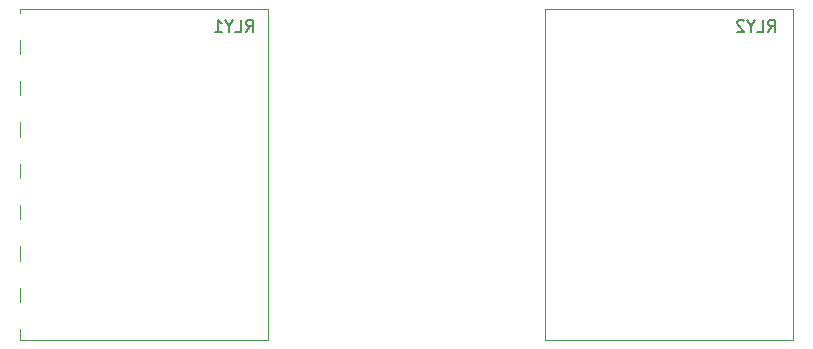
<source format=gbo>
%TF.GenerationSoftware,KiCad,Pcbnew,(5.99.0-9393-ga28cb98626)*%
%TF.CreationDate,2021-02-27T14:03:50-08:00*%
%TF.ProjectId,AuxRelays,41757852-656c-4617-9973-2e6b69636164,n/c*%
%TF.SameCoordinates,Original*%
%TF.FileFunction,Legend,Bot*%
%TF.FilePolarity,Positive*%
%FSLAX46Y46*%
G04 Gerber Fmt 4.6, Leading zero omitted, Abs format (unit mm)*
G04 Created by KiCad (PCBNEW (5.99.0-9393-ga28cb98626)) date 2021-02-27 14:03:50*
%MOMM*%
%LPD*%
G01*
G04 APERTURE LIST*
%ADD10C,0.150000*%
%ADD11C,0.120000*%
%ADD12C,2.286000*%
%ADD13C,2.400000*%
%ADD14R,2.400000X2.400000*%
G04 APERTURE END LIST*
D10*
%TO.C,RLY2*%
X152003000Y-112212380D02*
X152336333Y-111736190D01*
X152574428Y-112212380D02*
X152574428Y-111212380D01*
X152193476Y-111212380D01*
X152098238Y-111260000D01*
X152050619Y-111307619D01*
X152003000Y-111402857D01*
X152003000Y-111545714D01*
X152050619Y-111640952D01*
X152098238Y-111688571D01*
X152193476Y-111736190D01*
X152574428Y-111736190D01*
X151098238Y-112212380D02*
X151574428Y-112212380D01*
X151574428Y-111212380D01*
X150574428Y-111736190D02*
X150574428Y-112212380D01*
X150907761Y-111212380D02*
X150574428Y-111736190D01*
X150241095Y-111212380D01*
X149955380Y-111307619D02*
X149907761Y-111260000D01*
X149812523Y-111212380D01*
X149574428Y-111212380D01*
X149479190Y-111260000D01*
X149431571Y-111307619D01*
X149383952Y-111402857D01*
X149383952Y-111498095D01*
X149431571Y-111640952D01*
X150003000Y-112212380D01*
X149383952Y-112212380D01*
%TO.C,RLY1*%
X107807000Y-112212380D02*
X108140333Y-111736190D01*
X108378428Y-112212380D02*
X108378428Y-111212380D01*
X107997476Y-111212380D01*
X107902238Y-111260000D01*
X107854619Y-111307619D01*
X107807000Y-111402857D01*
X107807000Y-111545714D01*
X107854619Y-111640952D01*
X107902238Y-111688571D01*
X107997476Y-111736190D01*
X108378428Y-111736190D01*
X106902238Y-112212380D02*
X107378428Y-112212380D01*
X107378428Y-111212380D01*
X106378428Y-111736190D02*
X106378428Y-112212380D01*
X106711761Y-111212380D02*
X106378428Y-111736190D01*
X106045095Y-111212380D01*
X105187952Y-112212380D02*
X105759380Y-112212380D01*
X105473666Y-112212380D02*
X105473666Y-111212380D01*
X105568904Y-111355238D01*
X105664142Y-111450476D01*
X105759380Y-111498095D01*
D11*
%TO.C,RLY2*%
X133133000Y-110316000D02*
X133133000Y-138316000D01*
X154133000Y-110316000D02*
X133133000Y-110316000D01*
X133133000Y-138316000D02*
X154133000Y-138316000D01*
X154133000Y-138316000D02*
X154133000Y-110316000D01*
%TO.C,RLY1*%
X88683000Y-110316000D02*
X88683000Y-138316000D01*
X109683000Y-110316000D02*
X88683000Y-110316000D01*
X88683000Y-138316000D02*
X109683000Y-138316000D01*
X109683000Y-138316000D02*
X109683000Y-110316000D01*
%TD*%
%LPC*%
D12*
%TO.C,RLY2*%
X150233000Y-132116000D03*
X137033000Y-132116000D03*
X150233000Y-125716000D03*
X145833000Y-125716000D03*
X141633000Y-125716000D03*
X137033000Y-125716000D03*
X150233000Y-119516000D03*
X145833000Y-119516000D03*
X141433000Y-119516000D03*
X137033000Y-119516000D03*
X150233000Y-115316000D03*
X145833000Y-115316000D03*
X141433000Y-115316000D03*
X137033000Y-115316000D03*
%TD*%
%TO.C,RLY1*%
X105783000Y-132116000D03*
X92583000Y-132116000D03*
X105783000Y-125716000D03*
X101383000Y-125716000D03*
X97183000Y-125716000D03*
X92583000Y-125716000D03*
X105783000Y-119516000D03*
X101383000Y-119516000D03*
X96983000Y-119516000D03*
X92583000Y-119516000D03*
X105783000Y-115316000D03*
X101383000Y-115316000D03*
X96983000Y-115316000D03*
X92583000Y-115316000D03*
%TD*%
D13*
%TO.C,J3*%
X88265000Y-136275000D03*
X88265000Y-132775000D03*
X88265000Y-129275000D03*
X88265000Y-125775000D03*
X88265000Y-122275000D03*
X88265000Y-118775000D03*
X88265000Y-115275000D03*
X88265000Y-111775000D03*
X88265000Y-108275000D03*
D14*
X88265000Y-104775000D03*
%TD*%
D13*
%TO.C,J2*%
X140460000Y-107696000D03*
X143960000Y-107696000D03*
X147460000Y-107696000D03*
X150960000Y-107696000D03*
X154460000Y-107696000D03*
X157960000Y-107696000D03*
X161460000Y-107696000D03*
X164960000Y-107696000D03*
X168460000Y-107696000D03*
D14*
X171960000Y-107696000D03*
%TD*%
D13*
%TO.C,J1*%
X96010000Y-107823000D03*
X99510000Y-107823000D03*
X103010000Y-107823000D03*
X106510000Y-107823000D03*
X110010000Y-107823000D03*
X113510000Y-107823000D03*
X117010000Y-107823000D03*
X120510000Y-107823000D03*
X124010000Y-107823000D03*
D14*
X127510000Y-107823000D03*
%TD*%
M02*

</source>
